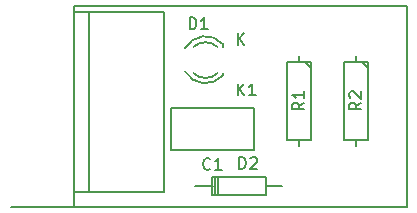
<source format=gbr>
G04 #@! TF.FileFunction,Legend,Top*
%FSLAX46Y46*%
G04 Gerber Fmt 4.6, Leading zero omitted, Abs format (unit mm)*
G04 Created by KiCad (PCBNEW 0.201511300701+6336~38~ubuntu14.04.1-stable) date mar 01 dic 2015 12:15:58 ART*
%MOMM*%
G01*
G04 APERTURE LIST*
%ADD10C,0.100000*%
%ADD11C,0.150000*%
G04 APERTURE END LIST*
D10*
D11*
X197358000Y-106426000D02*
X163830000Y-106426000D01*
X169164000Y-89408000D02*
X169164000Y-106426000D01*
X197358000Y-89408000D02*
X197358000Y-106426000D01*
X197358000Y-89408000D02*
X169164000Y-89408000D01*
X169164000Y-89916000D02*
X176784000Y-89916000D01*
X169164000Y-105156000D02*
X176784000Y-105156000D01*
X170434000Y-89916000D02*
X170434000Y-105156000D01*
X176784000Y-89916000D02*
X176784000Y-105156000D01*
X169164000Y-89916000D02*
X169164000Y-105156000D01*
X184388000Y-101572000D02*
X177388000Y-101572000D01*
X177388000Y-101572000D02*
X177388000Y-98072000D01*
X177388000Y-98072000D02*
X184388000Y-98072000D01*
X184388000Y-98072000D02*
X184388000Y-101572000D01*
X181809000Y-92666000D02*
X181809000Y-92866000D01*
X181809000Y-95260000D02*
X181809000Y-95080000D01*
X178581256Y-94949643D02*
G75*
G03X181809000Y-95266000I1727744J1003643D01*
G01*
X179256994Y-95079068D02*
G75*
G03X181360000Y-95080000I1052006J1133068D01*
G01*
X181796220Y-92639274D02*
G75*
G03X178559000Y-92986000I-1497220J-1306726D01*
G01*
X181322889Y-92866747D02*
G75*
G03X179275000Y-92886000I-1013889J-1079253D01*
G01*
X185420520Y-104645460D02*
X186817520Y-104645460D01*
X180975520Y-104645460D02*
X179451520Y-104645460D01*
X181356520Y-103883460D02*
X181356520Y-105407460D01*
X181102520Y-103883460D02*
X181102520Y-105407460D01*
X180848520Y-104645460D02*
X180848520Y-105407460D01*
X180848520Y-105407460D02*
X185420520Y-105407460D01*
X185420520Y-105407460D02*
X185420520Y-103883460D01*
X185420520Y-103883460D02*
X180848520Y-103883460D01*
X180848520Y-103883460D02*
X180848520Y-104645460D01*
X188214000Y-93599000D02*
X188214000Y-94107000D01*
X188214000Y-101219000D02*
X188214000Y-100711000D01*
X188214000Y-100711000D02*
X189230000Y-100711000D01*
X189230000Y-100711000D02*
X189230000Y-94107000D01*
X189230000Y-94107000D02*
X187198000Y-94107000D01*
X187198000Y-94107000D02*
X187198000Y-100711000D01*
X187198000Y-100711000D02*
X188214000Y-100711000D01*
X188722000Y-94107000D02*
X189230000Y-94615000D01*
X193040000Y-93599000D02*
X193040000Y-94107000D01*
X193040000Y-101219000D02*
X193040000Y-100711000D01*
X193040000Y-100711000D02*
X194056000Y-100711000D01*
X194056000Y-100711000D02*
X194056000Y-94107000D01*
X194056000Y-94107000D02*
X192024000Y-94107000D01*
X192024000Y-94107000D02*
X192024000Y-100711000D01*
X192024000Y-100711000D02*
X193040000Y-100711000D01*
X193548000Y-94107000D02*
X194056000Y-94615000D01*
X183030905Y-96972381D02*
X183030905Y-95972381D01*
X183602334Y-96972381D02*
X183173762Y-96400952D01*
X183602334Y-95972381D02*
X183030905Y-96543810D01*
X184554715Y-96972381D02*
X183983286Y-96972381D01*
X184269000Y-96972381D02*
X184269000Y-95972381D01*
X184173762Y-96115238D01*
X184078524Y-96210476D01*
X183983286Y-96258095D01*
X180721334Y-103179143D02*
X180673715Y-103226762D01*
X180530858Y-103274381D01*
X180435620Y-103274381D01*
X180292762Y-103226762D01*
X180197524Y-103131524D01*
X180149905Y-103036286D01*
X180102286Y-102845810D01*
X180102286Y-102702952D01*
X180149905Y-102512476D01*
X180197524Y-102417238D01*
X180292762Y-102322000D01*
X180435620Y-102274381D01*
X180530858Y-102274381D01*
X180673715Y-102322000D01*
X180721334Y-102369619D01*
X181673715Y-103274381D02*
X181102286Y-103274381D01*
X181388000Y-103274381D02*
X181388000Y-102274381D01*
X181292762Y-102417238D01*
X181197524Y-102512476D01*
X181102286Y-102560095D01*
X178961905Y-91372381D02*
X178961905Y-90372381D01*
X179200000Y-90372381D01*
X179342858Y-90420000D01*
X179438096Y-90515238D01*
X179485715Y-90610476D01*
X179533334Y-90800952D01*
X179533334Y-90943810D01*
X179485715Y-91134286D01*
X179438096Y-91229524D01*
X179342858Y-91324762D01*
X179200000Y-91372381D01*
X178961905Y-91372381D01*
X180485715Y-91372381D02*
X179914286Y-91372381D01*
X180200000Y-91372381D02*
X180200000Y-90372381D01*
X180104762Y-90515238D01*
X180009524Y-90610476D01*
X179914286Y-90658095D01*
X183038095Y-92692381D02*
X183038095Y-91692381D01*
X183609524Y-92692381D02*
X183180952Y-92120952D01*
X183609524Y-91692381D02*
X183038095Y-92263810D01*
X183157905Y-103195381D02*
X183157905Y-102195381D01*
X183396000Y-102195381D01*
X183538858Y-102243000D01*
X183634096Y-102338238D01*
X183681715Y-102433476D01*
X183729334Y-102623952D01*
X183729334Y-102766810D01*
X183681715Y-102957286D01*
X183634096Y-103052524D01*
X183538858Y-103147762D01*
X183396000Y-103195381D01*
X183157905Y-103195381D01*
X184110286Y-102290619D02*
X184157905Y-102243000D01*
X184253143Y-102195381D01*
X184491239Y-102195381D01*
X184586477Y-102243000D01*
X184634096Y-102290619D01*
X184681715Y-102385857D01*
X184681715Y-102481095D01*
X184634096Y-102623952D01*
X184062667Y-103195381D01*
X184681715Y-103195381D01*
X188666381Y-97575666D02*
X188190190Y-97909000D01*
X188666381Y-98147095D02*
X187666381Y-98147095D01*
X187666381Y-97766142D01*
X187714000Y-97670904D01*
X187761619Y-97623285D01*
X187856857Y-97575666D01*
X187999714Y-97575666D01*
X188094952Y-97623285D01*
X188142571Y-97670904D01*
X188190190Y-97766142D01*
X188190190Y-98147095D01*
X188666381Y-96623285D02*
X188666381Y-97194714D01*
X188666381Y-96909000D02*
X187666381Y-96909000D01*
X187809238Y-97004238D01*
X187904476Y-97099476D01*
X187952095Y-97194714D01*
X193492381Y-97575666D02*
X193016190Y-97909000D01*
X193492381Y-98147095D02*
X192492381Y-98147095D01*
X192492381Y-97766142D01*
X192540000Y-97670904D01*
X192587619Y-97623285D01*
X192682857Y-97575666D01*
X192825714Y-97575666D01*
X192920952Y-97623285D01*
X192968571Y-97670904D01*
X193016190Y-97766142D01*
X193016190Y-98147095D01*
X192587619Y-97194714D02*
X192540000Y-97147095D01*
X192492381Y-97051857D01*
X192492381Y-96813761D01*
X192540000Y-96718523D01*
X192587619Y-96670904D01*
X192682857Y-96623285D01*
X192778095Y-96623285D01*
X192920952Y-96670904D01*
X193492381Y-97242333D01*
X193492381Y-96623285D01*
M02*

</source>
